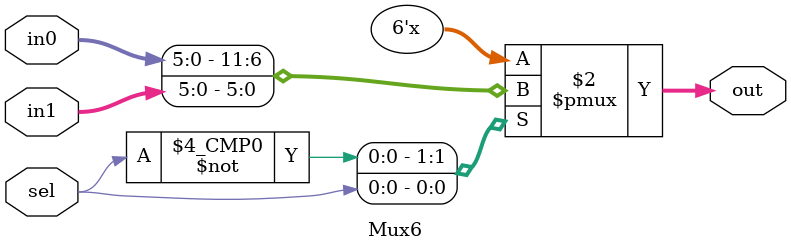
<source format=v>
module Mux6 (in0, in1, sel, out);

	input [5:0] in0, in1;
	input sel;
	output reg [5:0] out;
	
	always @(*) begin
	
		case (sel)
		
			1'b0: out <= in0;
			1'b1: out <= in1;
		
		endcase
	
	end

endmodule

</source>
